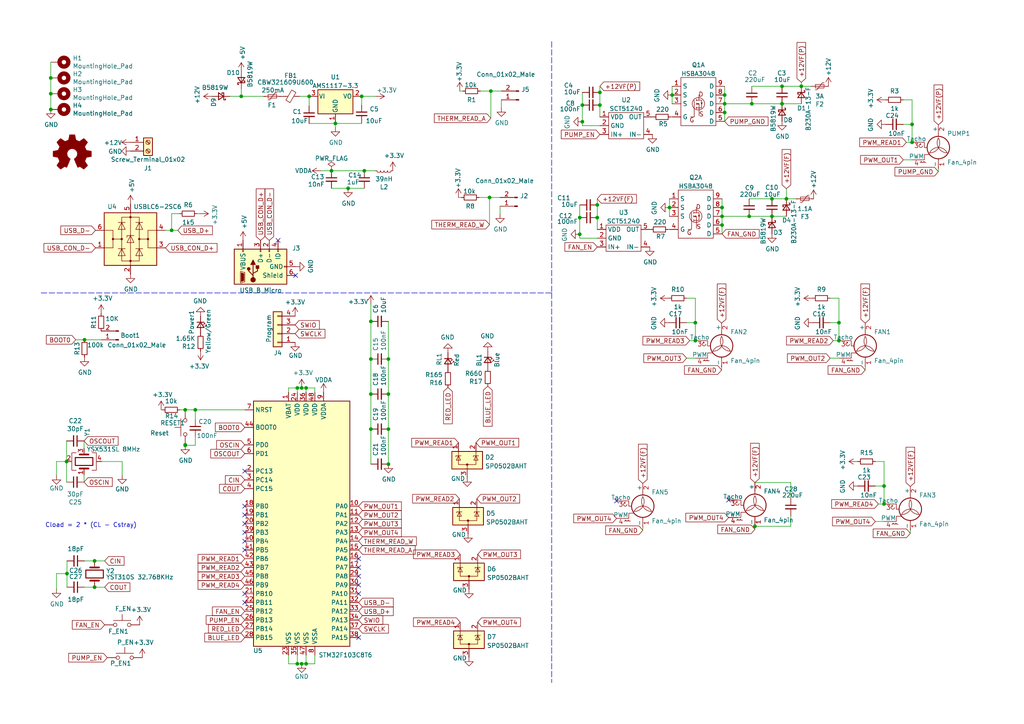
<source format=kicad_sch>
(kicad_sch (version 20211123) (generator eeschema)
  (paper "A4")
  (title_block (title "Opilio 3.1") (date "2022-07-15") (rev "3.1"))
  (junction (at 223.901 62.738))
  (junction (at 210.185 27.559))
  (junction (at 209.423 60.198))
  (junction (at 86.233 112.522))
  (junction (at 69.977 27.94))
  (junction (at 168.148 67.945))
  (junction (at 256.413 146.177))
  (junction (at 88.773 112.522))
  (junction (at 173.228 63.119))
  (junction (at 53.721 118.872))
  (junction (at 223.901 57.658))
  (junction (at 173.99 30.48))
  (junction (at 256.413 140.97))
  (junction (at 87.503 192.532))
  (junction (at 19.431 166.37))
  (junction (at 201.676 93.599))
  (junction (at 218.059 30.099))
  (junction (at 107.569 114.3))
  (junction (at 105.664 49.53))
  (junction (at 112.649 134.62))
  (junction (at 112.649 124.46))
  (junction (at 264.541 41.275))
  (junction (at 217.297 62.738))
  (junction (at 49.784 66.802))
  (junction (at 27.432 170.307))
  (junction (at 88.773 192.532))
  (junction (at 218.948 152.654))
  (junction (at 107.569 124.46))
  (junction (at 226.822 30.099))
  (junction (at 86.233 192.532))
  (junction (at 168.148 63.119))
  (junction (at 141.986 57.277))
  (junction (at 168.91 30.48))
  (junction (at 89.662 27.94))
  (junction (at 96.139 49.53))
  (junction (at 97.282 35.814))
  (junction (at 104.902 27.94))
  (junction (at 112.649 114.3))
  (junction (at 173.228 59.436))
  (junction (at 107.569 104.14))
  (junction (at 14.732 27.178))
  (junction (at 209.423 65.278))
  (junction (at 194.183 60.198))
  (junction (at 194.945 27.559))
  (junction (at 56.642 118.872))
  (junction (at 142.367 26.416))
  (junction (at 210.185 30.099))
  (junction (at 228.092 57.658))
  (junction (at 173.99 26.797))
  (junction (at 112.649 104.14))
  (junction (at 210.185 32.639))
  (junction (at 19.304 133.858))
  (junction (at 243.332 93.599))
  (junction (at 264.541 36.068))
  (junction (at 226.822 25.019))
  (junction (at 14.732 22.606))
  (junction (at 232.41 25.019))
  (junction (at 87.503 112.522))
  (junction (at 53.721 129.032))
  (junction (at 24.511 98.552))
  (junction (at 100.965 54.61))
  (junction (at 14.732 31.75))
  (junction (at 168.91 35.306))
  (junction (at 107.569 93.218))
  (junction (at 27.432 162.687))
  (junction (at 243.332 98.806))
  (junction (at 201.676 98.806))
  (junction (at 53.721 129.159))
  (junction (at 209.423 62.738))
  (no_connect (at 70.993 136.652))
  (no_connect (at 80.645 69.723))
  (no_connect (at 211.328 145.034))
  (no_connect (at 70.993 156.972))
  (no_connect (at 85.725 79.883))
  (no_connect (at 104.013 162.052))
  (no_connect (at 70.993 149.352))
  (no_connect (at 104.013 167.132))
  (no_connect (at 70.993 159.512))
  (no_connect (at 104.013 172.212))
  (no_connect (at 70.993 172.212))
  (no_connect (at 104.013 169.672))
  (no_connect (at 70.993 151.892))
  (no_connect (at 178.816 145.288))
  (no_connect (at 104.013 184.912))
  (no_connect (at 70.993 146.812))
  (no_connect (at 104.013 164.592))
  (no_connect (at 70.993 174.752))
  (no_connect (at 70.993 154.432))
  (wire (pts (xy 93.091 49.53) (xy 96.139 49.53)))
  (wire (pts (xy 56.642 126.746) (xy 56.642 129.159)))
  (wire (pts (xy 88.773 192.532) (xy 91.313 192.532)))
  (wire (pts (xy 96.139 49.53) (xy 105.664 49.53)))
  (wire (pts (xy 186.436 152.908) (xy 186.436 153.797)))
  (wire (pts (xy 173.99 26.797) (xy 173.99 30.48)))
  (wire (pts (xy 141.986 57.277) (xy 145.034 57.277)))
  (wire (pts (xy 168.91 36.449) (xy 168.91 35.306)))
  (wire (pts (xy 142.367 34.29) (xy 142.367 26.416)))
  (wire (pts (xy 217.297 62.738) (xy 223.901 62.738)))
  (wire (pts (xy 210.185 27.559) (xy 210.185 30.099)))
  (wire (pts (xy 57.15 61.976) (xy 57.912 61.976)))
  (wire (pts (xy 264.541 28.956) (xy 262.001 28.956)))
  (wire (pts (xy 223.901 57.658) (xy 228.092 57.658)))
  (wire (pts (xy 97.282 35.814) (xy 97.282 35.56)))
  (wire (pts (xy 209.296 106.426) (xy 209.296 107.315)))
  (wire (pts (xy 173.228 59.436) (xy 173.228 63.119)))
  (wire (pts (xy 29.464 133.858) (xy 35.433 133.858)))
  (wire (pts (xy 201.676 103.886) (xy 199.136 103.886)))
  (wire (pts (xy 210.185 30.099) (xy 210.185 32.639)))
  (wire (pts (xy 91.313 192.532) (xy 91.313 189.992)))
  (wire (pts (xy 145.034 59.817) (xy 145.034 62.103)))
  (wire (pts (xy 199.136 93.599) (xy 201.676 93.599)))
  (wire (pts (xy 138.938 57.277) (xy 141.986 57.277)))
  (wire (pts (xy 194.945 27.559) (xy 194.945 30.099)))
  (wire (pts (xy 27.432 170.307) (xy 30.353 170.307)))
  (wire (pts (xy 100.965 54.61) (xy 105.664 54.61)))
  (wire (pts (xy 97.282 36.957) (xy 97.282 35.814)))
  (wire (pts (xy 168.148 59.436) (xy 168.148 63.119)))
  (wire (pts (xy 173.228 63.119) (xy 173.228 66.548)))
  (wire (pts (xy 256.413 140.97) (xy 256.413 133.858)))
  (wire (pts (xy 168.148 69.088) (xy 168.148 67.945)))
  (wire (pts (xy 132.969 57.277) (xy 133.858 57.277)))
  (wire (pts (xy 253.873 140.97) (xy 256.413 140.97)))
  (wire (pts (xy 86.233 112.522) (xy 87.503 112.522)))
  (wire (pts (xy 83.693 112.522) (xy 83.693 113.792)))
  (wire (pts (xy 201.676 98.806) (xy 200.025 98.806)))
  (wire (pts (xy 87.503 112.522) (xy 88.773 112.522)))
  (wire (pts (xy 256.413 146.177) (xy 256.413 140.97)))
  (wire (pts (xy 223.901 62.738) (xy 228.092 62.738)))
  (wire (pts (xy 69.977 25.781) (xy 69.977 27.94)))
  (wire (pts (xy 264.541 41.275) (xy 262.89 41.275)))
  (wire (pts (xy 56.642 129.159) (xy 53.721 129.159)))
  (wire (pts (xy 87.503 192.532) (xy 88.773 192.532)))
  (wire (pts (xy 173.99 25.019) (xy 173.99 26.797)))
  (wire (pts (xy 217.297 57.658) (xy 223.901 57.658)))
  (wire (pts (xy 19.304 133.858) (xy 19.304 127.889)))
  (wire (pts (xy 189.484 33.909) (xy 189.23 33.909)))
  (wire (pts (xy 53.721 129.159) (xy 53.721 129.032)))
  (wire (pts (xy 209.423 60.198) (xy 209.423 62.738)))
  (wire (pts (xy 209.423 62.738) (xy 217.297 62.738)))
  (wire (pts (xy 86.233 192.532) (xy 87.503 192.532)))
  (wire (pts (xy 24.384 139.827) (xy 24.384 137.668)))
  (wire (pts (xy 250.952 106.426) (xy 250.952 107.315)))
  (wire (pts (xy 49.784 61.976) (xy 49.784 66.802)))
  (wire (pts (xy 173.99 30.48) (xy 173.99 33.909)))
  (wire (pts (xy 83.693 192.532) (xy 86.233 192.532)))
  (wire (pts (xy 49.784 66.802) (xy 51.562 66.802)))
  (wire (pts (xy 16.383 133.858) (xy 16.383 137.922)))
  (wire (pts (xy 108.966 27.94) (xy 104.902 27.94)))
  (wire (pts (xy 88.773 112.522) (xy 88.773 113.792)))
  (wire (pts (xy 86.233 112.522) (xy 86.233 113.792)))
  (wire (pts (xy 188.722 66.548) (xy 188.468 66.548)))
  (wire (pts (xy 201.676 98.806) (xy 201.676 93.599)))
  (wire (pts (xy 56.642 118.872) (xy 56.642 121.666)))
  (wire (pts (xy 105.664 49.53) (xy 108.839 49.53)))
  (wire (pts (xy 210.185 32.639) (xy 210.185 35.179)))
  (wire (pts (xy 218.059 30.099) (xy 226.822 30.099)))
  (wire (pts (xy 243.332 98.806) (xy 243.332 93.599)))
  (wire (pts (xy 91.313 112.522) (xy 91.313 113.792)))
  (wire (pts (xy 264.541 41.275) (xy 264.541 36.068)))
  (wire (pts (xy 133.35 26.416) (xy 134.239 26.416)))
  (wire (pts (xy 83.693 189.992) (xy 83.693 192.532)))
  (wire (pts (xy 112.649 93.218) (xy 112.649 104.14)))
  (wire (pts (xy 232.41 25.019) (xy 232.41 23.876)))
  (wire (pts (xy 21.971 98.552) (xy 24.511 98.552)))
  (wire (pts (xy 173.228 57.658) (xy 173.228 59.436)))
  (wire (pts (xy 19.304 139.827) (xy 19.304 133.858)))
  (wire (pts (xy 107.569 134.62) (xy 107.569 124.46)))
  (wire (pts (xy 56.642 118.872) (xy 70.993 118.872)))
  (wire (pts (xy 24.384 130.048) (xy 24.384 127.889)))
  (wire (pts (xy 69.977 27.94) (xy 76.454 27.94)))
  (wire (pts (xy 264.541 36.068) (xy 264.541 28.956)))
  (wire (pts (xy 19.431 166.37) (xy 19.431 170.307)))
  (wire (pts (xy 96.139 54.61) (xy 100.965 54.61)))
  (wire (pts (xy 52.07 61.976) (xy 49.784 61.976)))
  (wire (pts (xy 97.282 35.814) (xy 104.902 35.814)))
  (wire (pts (xy 226.822 25.019) (xy 232.41 25.019)))
  (wire (pts (xy 107.569 114.3) (xy 107.569 104.14)))
  (wire (pts (xy 232.41 25.019) (xy 235.204 25.019)))
  (wire (pts (xy 193.802 66.548) (xy 194.183 66.548)))
  (wire (pts (xy 112.649 134.62) (xy 112.649 124.46)))
  (wire (pts (xy 52.197 118.872) (xy 53.721 118.872)))
  (wire (pts (xy 228.092 57.658) (xy 228.092 54.737)))
  (wire (pts (xy 194.945 25.019) (xy 194.945 27.559)))
  (wire (pts (xy 226.822 30.099) (xy 232.41 30.099)))
  (wire (pts (xy 194.564 33.909) (xy 194.945 33.909)))
  (wire (pts (xy 14.732 27.178) (xy 14.732 31.75)))
  (wire (pts (xy 142.367 26.416) (xy 145.415 26.416)))
  (wire (pts (xy 264.033 153.797) (xy 264.033 154.686)))
  (wire (pts (xy 107.569 88.265) (xy 107.569 93.218)))
  (wire (pts (xy 209.423 57.658) (xy 209.423 60.198)))
  (wire (pts (xy 264.541 46.355) (xy 262.001 46.355)))
  (wire (pts (xy 209.423 65.278) (xy 209.423 67.818)))
  (wire (pts (xy 16.383 133.858) (xy 19.304 133.858)))
  (wire (pts (xy 86.868 27.94) (xy 89.662 27.94)))
  (wire (pts (xy 107.569 124.46) (xy 107.569 114.3)))
  (polyline (pts (xy 160.02 84.963) (xy 160.02 197.993)))
  (wire (pts (xy 24.511 170.307) (xy 27.432 170.307)))
  (wire (pts (xy 272.161 48.895) (xy 272.161 49.784)))
  (wire (pts (xy 16.383 166.37) (xy 19.431 166.37)))
  (wire (pts (xy 104.902 30.48) (xy 104.902 27.94)))
  (wire (pts (xy 210.185 30.099) (xy 218.059 30.099)))
  (wire (pts (xy 86.233 189.992) (xy 86.233 192.532)))
  (wire (pts (xy 139.319 26.416) (xy 142.367 26.416)))
  (wire (pts (xy 229.362 144.526) (xy 229.362 139.954)))
  (wire (pts (xy 46.736 118.872) (xy 47.117 118.872)))
  (wire (pts (xy 243.332 86.487) (xy 240.792 86.487)))
  (wire (pts (xy 24.511 98.552) (xy 29.337 98.552)))
  (wire (pts (xy 88.773 112.522) (xy 91.313 112.522)))
  (polyline (pts (xy 160.02 12.065) (xy 160.02 84.963)))
  (wire (pts (xy 107.569 93.218) (xy 107.569 104.14)))
  (wire (pts (xy 201.676 93.599) (xy 201.676 86.487)))
  (wire (pts (xy 262.001 36.068) (xy 264.541 36.068)))
  (wire (pts (xy 218.059 25.019) (xy 226.822 25.019)))
  (wire (pts (xy 14.732 18.034) (xy 14.732 22.606)))
  (wire (pts (xy 48.006 66.802) (xy 49.784 66.802)))
  (wire (pts (xy 218.948 152.654) (xy 218.948 153.543)))
  (wire (pts (xy 228.092 57.658) (xy 230.886 57.658)))
  (wire (pts (xy 209.423 62.738) (xy 209.423 65.278)))
  (wire (pts (xy 210.185 25.019) (xy 210.185 27.559)))
  (wire (pts (xy 19.431 162.687) (xy 19.431 166.37)))
  (wire (pts (xy 83.693 112.522) (xy 86.233 112.522)))
  (wire (pts (xy 16.383 170.815) (xy 16.383 166.37)))
  (wire (pts (xy 24.511 162.687) (xy 27.432 162.687)))
  (wire (pts (xy 53.721 118.872) (xy 56.642 118.872)))
  (wire (pts (xy 173.228 69.088) (xy 168.148 69.088)))
  (wire (pts (xy 243.332 93.599) (xy 243.332 86.487)))
  (wire (pts (xy 194.183 57.658) (xy 194.183 60.198)))
  (wire (pts (xy 66.675 27.94) (xy 69.977 27.94)))
  (wire (pts (xy 173.99 36.449) (xy 168.91 36.449)))
  (wire (pts (xy 243.332 98.806) (xy 241.681 98.806)))
  (wire (pts (xy 168.91 35.306) (xy 168.91 30.48)))
  (wire (pts (xy 229.362 149.606) (xy 229.362 152.654)))
  (wire (pts (xy 201.676 86.487) (xy 199.136 86.487)))
  (wire (pts (xy 14.732 22.606) (xy 14.732 27.178)))
  (wire (pts (xy 243.332 103.886) (xy 240.792 103.886)))
  (wire (pts (xy 27.432 162.687) (xy 30.353 162.687)))
  (wire (pts (xy 104.902 35.56) (xy 104.902 35.814)))
  (wire (pts (xy 89.662 35.814) (xy 97.282 35.814)))
  (wire (pts (xy 240.792 93.599) (xy 243.332 93.599)))
  (wire (pts (xy 168.148 67.945) (xy 168.148 63.119)))
  (wire (pts (xy 194.183 60.198) (xy 194.183 62.738)))
  (wire (pts (xy 89.662 27.94) (xy 89.662 30.734)))
  (wire (pts (xy 229.362 152.654) (xy 218.948 152.654)))
  (wire (pts (xy 145.415 28.956) (xy 145.415 31.242)))
  (wire (pts (xy 168.91 26.797) (xy 168.91 30.48)))
  (wire (pts (xy 112.649 124.46) (xy 112.649 114.3)))
  (wire (pts (xy 256.413 133.858) (xy 253.873 133.858)))
  (wire (pts (xy 35.433 137.795) (xy 35.433 133.858)))
  (polyline (pts (xy 11.938 84.963) (xy 160.02 84.963)))
  (wire (pts (xy 81.534 27.94) (xy 81.788 27.94)))
  (wire (pts (xy 88.773 189.992) (xy 88.773 192.532)))
  (wire (pts (xy 229.362 139.954) (xy 218.948 139.954)))
  (wire (pts (xy 256.413 146.177) (xy 254.762 146.177)))
  (wire (pts (xy 256.413 151.257) (xy 253.873 151.257)))
  (wire (pts (xy 141.986 65.151) (xy 141.986 57.277)))
  (wire (pts (xy 112.649 114.3) (xy 112.649 104.14)))
  (text "Cload = 2 * (CL - Cstray)" (at 13.081 153.162 0) (effects (font (size 1.27 1.27)) (justify left bottom)))
  (global_label "PWM_OUT3" (shape input) (at 199.136 103.886 180) (property "Intersheet References" "${INTERSHEET_REFS}" (effects hide)))
  (global_label "PWM_OUT1" (shape input) (at 138.049 128.397 0) (property "Intersheet References" "${INTERSHEET_REFS}" (effects hide)))
  (global_label "+12VF(F)" (shape input) (at 228.092 54.737 90) (property "Intersheet References" "${INTERSHEET_REFS}" (effects hide)))
  (global_label "PWM_READ2" (shape input) (at 133.223 144.653 180) (property "Intersheet References" "${INTERSHEET_REFS}" (effects hide)))
  (global_label "OSCOUT" (shape input) (at 24.384 127.889 0) (property "Intersheet References" "${INTERSHEET_REFS}" (effects hide)))
  (global_label "OSCOUT" (shape input) (at 70.993 131.572 180) (property "Intersheet References" "${INTERSHEET_REFS}" (effects hide)))
  (global_label "USB_CON_D-" (shape input) (at 27.686 71.882 180) (property "Intersheet References" "${INTERSHEET_REFS}" (effects hide)))
  (global_label "RED_LED" (shape input) (at 70.993 182.372 180) (property "Intersheet References" "${INTERSHEET_REFS}" (effects hide)))
  (global_label "PWM_OUT4" (shape input) (at 253.873 151.257 180) (property "Intersheet References" "${INTERSHEET_REFS}" (effects hide)))
  (global_label "PWM_READ3" (shape input) (at 133.477 160.782 180) (property "Intersheet References" "${INTERSHEET_REFS}" (effects hide)))
  (global_label "PWM_OUT3" (shape input) (at 138.557 160.782 0) (property "Intersheet References" "${INTERSHEET_REFS}" (effects hide)))
  (global_label "COUT" (shape input) (at 70.993 141.732 180) (property "Intersheet References" "${INTERSHEET_REFS}" (effects hide)))
  (global_label "USB_CON_D+" (shape input) (at 48.006 71.882 0) (property "Intersheet References" "${INTERSHEET_REFS}" (effects hide)))
  (global_label "SWIO" (shape input) (at 85.598 94.234 0) (property "Intersheet References" "${INTERSHEET_REFS}" (effects hide)))
  (global_label "FAN_GND" (shape input) (at 186.436 153.797 180) (property "Intersheet References" "${INTERSHEET_REFS}" (effects hide)))
  (global_label "PUMP_EN" (shape input) (at 31.115 190.754 180) (property "Intersheet References" "${INTERSHEET_REFS}" (effects hide)))
  (global_label "PWM_READ2" (shape input) (at 70.993 164.592 180) (property "Intersheet References" "${INTERSHEET_REFS}" (effects hide)))
  (global_label "+12VF(P)" (shape input) (at 272.161 36.195 90) (property "Intersheet References" "${INTERSHEET_REFS}" (effects hide)))
  (global_label "PWM_OUT4" (shape input) (at 211.328 150.114 180) (property "Intersheet References" "${INTERSHEET_REFS}" (effects hide)))
  (global_label "THERM_READ_W" (shape input) (at 141.986 65.151 180) (property "Intersheet References" "${INTERSHEET_REFS}" (effects hide)))
  (global_label "+12VF(F)" (shape input) (at 209.296 93.726 90) (property "Intersheet References" "${INTERSHEET_REFS}" (effects hide)))
  (global_label "FAN_GND" (shape input) (at 264.033 154.686 180) (property "Intersheet References" "${INTERSHEET_REFS}" (effects hide)))
  (global_label "PWM_READ1" (shape input) (at 132.969 128.397 180) (property "Intersheet References" "${INTERSHEET_REFS}" (effects hide)))
  (global_label "PWM_READ3" (shape input) (at 200.025 98.806 180) (property "Intersheet References" "${INTERSHEET_REFS}" (effects hide)))
  (global_label "PWM_OUT1" (shape input) (at 104.013 146.812 0) (property "Intersheet References" "${INTERSHEET_REFS}" (effects hide)))
  (global_label "USB_D+" (shape input) (at 104.013 177.292 0) (property "Intersheet References" "${INTERSHEET_REFS}" (effects hide)))
  (global_label "PUMP_GND" (shape input) (at 210.185 35.179 0) (property "Intersheet References" "${INTERSHEET_REFS}" (effects hide)))
  (global_label "BLUE_LED" (shape input) (at 70.993 184.912 180) (property "Intersheet References" "${INTERSHEET_REFS}" (effects hide)))
  (global_label "+12VF(F)" (shape input) (at 218.948 139.954 90) (property "Intersheet References" "${INTERSHEET_REFS}" (effects hide)))
  (global_label "PWM_OUT4" (shape input) (at 178.816 150.368 180) (property "Intersheet References" "${INTERSHEET_REFS}" (effects hide)))
  (global_label "+12VF(F)" (shape input) (at 264.033 141.097 90) (property "Intersheet References" "${INTERSHEET_REFS}" (effects hide)))
  (global_label "RED_LED" (shape input) (at 129.921 112.395 270) (property "Intersheet References" "${INTERSHEET_REFS}" (effects hide)))
  (global_label "THERM_READ_A" (shape input) (at 104.013 159.512 0) (property "Intersheet References" "${INTERSHEET_REFS}" (effects hide)))
  (global_label "SWIO" (shape input) (at 104.013 179.832 0) (property "Intersheet References" "${INTERSHEET_REFS}" (effects hide)))
  (global_label "BOOT0" (shape input) (at 70.993 123.952 180) (property "Intersheet References" "${INTERSHEET_REFS}" (effects hide)))
  (global_label "SWCLK" (shape input) (at 85.598 96.774 0) (property "Intersheet References" "${INTERSHEET_REFS}" (effects hide)))
  (global_label "PWM_READ1" (shape input) (at 262.89 41.275 180) (property "Intersheet References" "${INTERSHEET_REFS}" (effects hide)))
  (global_label "PWM_READ4" (shape input) (at 133.477 180.467 180) (property "Intersheet References" "${INTERSHEET_REFS}" (effects hide)))
  (global_label "PWM_OUT4" (shape input) (at 138.557 180.467 0) (property "Intersheet References" "${INTERSHEET_REFS}" (effects hide)))
  (global_label "+12VF(P)" (shape input) (at 173.99 25.019 0) (property "Intersheet References" "${INTERSHEET_REFS}" (effects hide)))
  (global_label "FAN_GND" (shape input) (at 209.296 107.315 180) (property "Intersheet References" "${INTERSHEET_REFS}" (effects hide)))
  (global_label "BOOT0" (shape input) (at 21.971 98.552 180) (property "Intersheet References" "${INTERSHEET_REFS}" (effects hide)))
  (global_label "OSCIN" (shape input) (at 70.993 129.032 180) (property "Intersheet References" "${INTERSHEET_REFS}" (effects hide)))
  (global_label "OSCIN" (shape input) (at 24.384 139.827 0) (property "Intersheet References" "${INTERSHEET_REFS}" (effects hide)))
  (global_label "FAN_GND" (shape input) (at 218.948 153.543 180) (property "Intersheet References" "${INTERSHEET_REFS}" (effects hide)))
  (global_label "FAN_EN" (shape input) (at 30.353 181.229 180) (property "Intersheet References" "${INTERSHEET_REFS}" (effects hide)))
  (global_label "PWM_OUT1" (shape input) (at 262.001 46.355 180) (property "Intersheet References" "${INTERSHEET_REFS}" (effects hide)))
  (global_label "USB_D-" (shape input) (at 104.013 174.752 0) (property "Intersheet References" "${INTERSHEET_REFS}" (effects hide)))
  (global_label "CIN" (shape input) (at 30.353 162.687 0) (property "Intersheet References" "${INTERSHEET_REFS}" (effects hide)))
  (global_label "USB_CON_D+" (shape input) (at 75.565 69.723 90) (property "Intersheet References" "${INTERSHEET_REFS}" (effects hide)))
  (global_label "PWM_READ2" (shape input) (at 241.681 98.806 180) (property "Intersheet References" "${INTERSHEET_REFS}" (effects hide)))
  (global_label "USB_D-" (shape input) (at 27.686 66.802 180) (property "Intersheet References" "${INTERSHEET_REFS}" (effects hide)))
  (global_label "PWM_READ4" (shape input) (at 254.762 146.177 180) (property "Intersheet References" "${INTERSHEET_REFS}" (effects hide)))
  (global_label "BLUE_LED" (shape input) (at 141.478 112.014 270) (property "Intersheet References" "${INTERSHEET_REFS}" (effects hide)))
  (global_label "FAN_EN" (shape input) (at 70.993 177.292 180) (property "Intersheet References" "${INTERSHEET_REFS}" (effects hide)))
  (global_label "PWM_OUT2" (shape input) (at 240.792 103.886 180) (property "Intersheet References" "${INTERSHEET_REFS}" (effects hide)))
  (global_label "USB_CON_D-" (shape input) (at 78.105 69.723 90) (property "Intersheet References" "${INTERSHEET_REFS}" (effects hide)))
  (global_label "PWM_READ4" (shape input) (at 70.993 169.672 180) (property "Intersheet References" "${INTERSHEET_REFS}" (effects hide)))
  (global_label "PWM_OUT3" (shape input) (at 104.013 151.892 0) (property "Intersheet References" "${INTERSHEET_REFS}" (effects hide)))
  (global_label "PWM_READ1" (shape input) (at 70.993 162.052 180) (property "Intersheet References" "${INTERSHEET_REFS}" (effects hide)))
  (global_label "PWM_OUT2" (shape input) (at 104.013 149.352 0) (property "Intersheet References" "${INTERSHEET_REFS}" (effects hide)))
  (global_label "PUMP_EN" (shape input) (at 173.99 38.989 180) (property "Intersheet References" "${INTERSHEET_REFS}" (effects hide)))
  (global_label "CIN" (shape input) (at 70.993 139.192 180) (property "Intersheet References" "${INTERSHEET_REFS}" (effects hide)))
  (global_label "PWM_READ3" (shape input) (at 70.993 167.132 180) (property "Intersheet References" "${INTERSHEET_REFS}" (effects hide)))
  (global_label "+12VF(P)" (shape input) (at 232.41 23.876 90) (property "Intersheet References" "${INTERSHEET_REFS}" (effects hide)))
  (global_label "PUMP_GND" (shape input) (at 272.161 49.784 180) (property "Intersheet References" "${INTERSHEET_REFS}" (effects hide)))
  (global_label "FAN_EN" (shape input) (at 173.228 71.628 180) (property "Intersheet References" "${INTERSHEET_REFS}" (effects hide)))
  (global_label "PWM_OUT2" (shape input) (at 138.303 144.653 0) (property "Intersheet References" "${INTERSHEET_REFS}" (effects hide)))
  (global_label "THERM_READ_W" (shape input) (at 104.013 156.972 0) (property "Intersheet References" "${INTERSHEET_REFS}" (effects hide)))
  (global_label "+12VF(F)" (shape input) (at 173.228 57.658 0) (property "Intersheet References" "${INTERSHEET_REFS}" (effects hide)))
  (global_label "COUT" (shape input) (at 30.353 170.307 0) (property "Intersheet References" "${INTERSHEET_REFS}" (effects hide)))
  (global_label "PUMP_EN" (shape input) (at 70.993 179.832 180) (property "Intersheet References" "${INTERSHEET_REFS}" (effects hide)))
  (global_label "FAN_GND" (shape input) (at 209.423 67.818 0) (property "Intersheet References" "${INTERSHEET_REFS}" (effects hide)))
  (global_label "USB_D+" (shape input) (at 51.562 66.802 0) (property "Intersheet References" "${INTERSHEET_REFS}" (effects hide)))
  (global_label "PWM_OUT4" (shape input) (at 104.013 154.432 0) (property "Intersheet References" "${INTERSHEET_REFS}" (effects hide)))
  (global_label "+12VF(F)" (shape input) (at 250.952 93.726 90) (property "Intersheet References" "${INTERSHEET_REFS}" (effects hide)))
  (global_label "SWCLK" (shape input) (at 104.013 182.372 0) (property "Intersheet References" "${INTERSHEET_REFS}" (effects hide)))
  (global_label "+12VF(F)" (shape input) (at 186.436 140.208 90) (property "Intersheet References" "${INTERSHEET_REFS}" (effects hide)))
  (global_label "FAN_GND" (shape input) (at 250.952 107.315 180) (property "Intersheet References" "${INTERSHEET_REFS}" (effects hide)))
  (global_label "THERM_READ_A" (shape input) (at 142.367 34.29 180) (property "Intersheet References" "${INTERSHEET_REFS}" (effects hide)))
  (symbol (lib_id "Device:R_Small") (at 49.657 118.872 90) (unit 1)
    (property "Reference" "R14" (at 49.784 120.65 90))
    (property "Value" "10k" (at 49.657 116.332 90))
    (property "Footprint" "Resistor_SMD:R_0603_1608Metric_Pad0.98x0.95mm_HandSolder" (effects hide))
  )
  (symbol (lib_id "Device:R_Small") (at 191.262 66.548 270) (unit 1)
    (property "Reference" "R7" (at 190.246 68.58 90) (effects (justify left)))
    (property "Value" "220" (at 189.484 64.389 90) (effects (justify left)))
    (property "Footprint" "Resistor_SMD:R_0603_1608Metric_Pad0.98x0.95mm_HandSolder" (effects hide))
  )
  (symbol (lib_id "Mechanical:MountingHole_Pad") (at 17.272 27.178 270) (unit 1)
    (property "Reference" "H3" (at 21.082 26.0096 90) (effects (justify left)))
    (property "Value" "MountingHole_Pad" (at 21.082 28.321 90) (effects (justify left)))
    (property "Footprint" "MountingHole:MountingHole_3mm_Pad_Via" (effects hide))
  )
  (symbol (lib_id "power:VDDA") (at 93.091 49.53 90) (unit 1)
    (property "Reference" "#PWR027" (effects hide))
    (property "Value" "VDDA" (at 88.011 49.53 90))
  )
  (symbol (lib_id "power:+3.3V") (at 133.35 26.416 0) (unit 1)
    (property "Reference" "#PWR01" (effects hide))
    (property "Value" "+3.3V" (at 133.223 20.828 90))
  )
  (symbol (lib_id "Connector:Conn_01x02_Male") (at 150.495 28.956 180) (unit 1)
    (property "Reference" "J5" (at 151.2062 25.9588 0) (effects (justify right)))
    (property "Value" "Conn_01x02_Male" (at 138.176 21.59 0) (effects (justify right)))
    (property "Footprint" "Connector_PinHeader_2.54mm:PinHeader_1x02_P2.54mm_Vertical" (effects hide))
  )
  (symbol (lib_id "Power_Protection:SP0502BAHT") (at 135.763 149.733 0) (unit 1)
    (property "Reference" "D5" (at 140.97 148.8983 0) (effects (justify left)))
    (property "Value" "SP0502BAHT" (at 140.97 151.4352 0) (effects (justify left)))
    (property "Footprint" "Package_TO_SOT_SMD:SOT-23" (effects hide))
    (property "Datasheet" "http://www.littelfuse.com/~/media/files/littelfuse/technical%20resources/documents/data%20sheets/sp05xxba.pdf" (effects hide))
  )
  (symbol (lib_id "Device:R_Small") (at 129.921 109.855 180) (unit 1)
    (property "Reference" "R16" (at 128.4224 111.0234 0) (effects (justify left)))
    (property "Value" "R165" (at 128.4224 108.712 0) (effects (justify left)))
    (property "Footprint" "Resistor_SMD:R_0603_1608Metric_Pad0.98x0.95mm_HandSolder" (effects hide))
  )
  (symbol (lib_id "power:GND") (at 24.511 103.632 0) (unit 1)
    (property "Reference" "#PWR046" (effects hide))
    (property "Value" "GND" (at 24.638 108.0262 0))
  )
  (symbol (lib_id "Motor:Fan_4pin") (at 218.948 147.574 0) (unit 1)
    (property "Reference" "FAN4" (at 221.488 142.494 0) (effects (justify left)))
    (property "Value" "Fan_4pin" (at 221.488 150.114 0) (effects (justify left top)))
    (property "Footprint" "Custom:FanPinHeader_1x04_P2.54mm_Vertical_no_hole" (effects hide))
    (property "Datasheet" "http://www.formfactors.org/developer%5Cspecs%5Crev1_2_public.pdf" (effects hide))
  )
  (symbol (lib_id "Device:C_Small") (at 170.688 59.436 90) (unit 1)
    (property "Reference" "C11" (at 165.481 57.404 90) (effects (justify left)))
    (property "Value" "10uF" (at 167.64 59.309 90) (effects (justify left)))
    (property "Footprint" "Capacitor_SMD:C_0603_1608Metric_Pad1.08x0.95mm_HandSolder" (effects hide))
  )
  (symbol (lib_id "power:GND") (at 145.034 62.103 0) (unit 1)
    (property "Reference" "#PWR033" (effects hide))
    (property "Value" "GND" (at 145.161 66.4972 0))
  )
  (symbol (lib_id "Device:C_Small") (at 89.662 33.274 0) (unit 1)
    (property "Reference" "C1" (at 84.836 32.385 0) (effects (justify left)))
    (property "Value" "10uF" (at 84.455 35.052 0) (effects (justify left)))
    (property "Footprint" "Capacitor_SMD:C_0603_1608Metric_Pad1.08x0.95mm_HandSolder" (effects hide))
  )
  (symbol (lib_id "Power_Protection:SP0502BAHT") (at 136.017 185.547 0) (unit 1)
    (property "Reference" "D7" (at 141.224 184.7123 0) (effects (justify left)))
    (property "Value" "SP0502BAHT" (at 141.224 187.2492 0) (effects (justify left)))
    (property "Footprint" "Package_TO_SOT_SMD:SOT-23" (effects hide))
    (property "Datasheet" "http://www.littelfuse.com/~/media/files/littelfuse/technical%20resources/documents/data%20sheets/sp05xxba.pdf" (effects hide))
  )
  (symbol (lib_id "power:GND") (at 58.166 91.694 180) (unit 1)
    (property "Reference" "#PWR039" (effects hide))
    (property "Value" "GND" (at 58.039 87.2998 0))
  )
  (symbol (lib_id "power:GND") (at 141.478 101.854 180) (unit 1)
    (property "Reference" "#PWR0102" (effects hide))
    (property "Value" "GND" (at 141.351 97.4598 0))
  )
  (symbol (lib_id "Device:C_Small") (at 238.252 93.599 90) (unit 1)
    (property "Reference" "C16" (at 239.522 91.059 90) (effects (justify left)))
    (property "Value" "10nF" (at 241.3 96.266 90) (effects (justify left)))
    (property "Footprint" "Capacitor_SMD:C_0603_1608Metric_Pad1.08x0.95mm_HandSolder" (effects hide))
  )
  (symbol (lib_id "MCU_ST_STM32F1:STM32F103C8Tx") (at 88.773 151.892 0) (unit 1)
    (property "Reference" "U5" (at 74.803 188.722 0))
    (property "Value" "STM32F103C8T6" (at 100.203 189.992 0))
    (property "Footprint" "Package_QFP:LQFP-48_7x7mm_P0.5mm" (effects hide))
    (property "Datasheet" "http://www.st.com/st-web-ui/static/active/en/resource/technical/document/datasheet/CD00161566.pdf" (effects hide))
  )
  (symbol (lib_id "power:+12V") (at 240.284 25.019 0) (unit 1)
    (property "Reference" "#PWR07" (effects hide))
    (property "Value" "+12V" (at 240.284 19.431 90))
  )
  (symbol (lib_id "Switch:SW_Push") (at 35.433 181.229 0) (unit 1)
    (property "Reference" "F_EN1" (at 37.338 183.134 0) (effects (justify right)))
    (property "Value" "F_EN" (at 38.1 176.53 0) (effects (justify right)))
    (property "Footprint" "Custom:SW_Push_7x4.5" (effects hide))
  )
  (symbol (lib_id "Power_Protection:USBLC6-2SC6") (at 37.846 69.342 0) (unit 1)
    (property "Reference" "U4" (at 32.512 59.944 0))
    (property "Value" "USBLC6-2SC6" (at 45.72 59.944 0))
    (property "Footprint" "Package_TO_SOT_SMD:SOT-23-6" (effects hide))
    (property "Datasheet" "https://www.st.com/resource/en/datasheet/usblc6-2.pdf" (effects hide))
  )
  (symbol (lib_id "power:+5V") (at 69.977 20.701 0) (unit 1)
    (property "Reference" "#PWR0111" (effects hide))
    (property "Value" "+5V" (at 70.358 17.4498 90) (effects (justify left)))
  )
  (symbol (lib_id "power:+3.3V") (at 113.919 49.53 0) (unit 1)
    (property "Reference" "#PWR028" (effects hide))
    (property "Value" "+3.3V" (at 114.3 45.1358 0))
  )
  (symbol (lib_id "power:GND") (at 189.23 38.989 0) (unit 1)
    (property "Reference" "#PWR017" (effects hide))
    (property "Value" "GND" (at 189.357 43.3832 0))
  )
  (symbol (lib_id "power:GND") (at 85.598 99.314 0) (unit 1)
    (property "Reference" "#PWR044" (effects hide))
    (property "Value" "GND" (at 85.725 103.124 0))
  )
  (symbol (lib_id "Device:C_Small") (at 110.109 134.62 90) (unit 1)
    (property "Reference" "C21" (at 108.9406 132.2832 0) (effects (justify left)))
    (property "Value" "100nF" (at 111.252 132.2832 0) (effects (justify left)))
    (property "Footprint" "Capacitor_SMD:C_0603_1608Metric_Pad1.08x0.95mm_HandSolder" (effects hide))
  )
  (symbol (lib_id "Device:FerriteBead_Small") (at 84.328 27.94 270) (unit 1)
    (property "Reference" "FB1" (at 84.328 21.9202 90))
    (property "Value" "CBW321609U600" (at 82.804 23.876 90))
    (property "Footprint" "Capacitor_SMD:C_1206_3216Metric_Pad1.33x1.80mm_HandSolder" (effects hide))
  )
  (symbol (lib_id "Device:D_Schottky_Small") (at 232.41 27.559 270) (unit 1)
    (property "Reference" "D1" (at 231.14 31.369 90) (effects (justify left)))
    (property "Value" "B230A-13-F" (at 234.442 25.146 0) (effects (justify left)))
    (property "Footprint" "Diode_SMD:D_SMA" (effects hide))
  )
  (symbol (lib_id "power:+3.3V") (at 248.793 133.858 90) (unit 1)
    (property "Reference" "#PWR052" (effects hide))
    (property "Value" "+3.3V" (at 244.3988 133.477 0))
  )
  (symbol (lib_id "power:+3.3V") (at 29.337 90.932 0) (unit 1)
    (property "Reference" "#PWR038" (effects hide))
    (property "Value" "+3.3V" (at 29.718 86.5378 0))
  )
  (symbol (lib_id "power:+3.3V") (at 194.056 86.487 90) (unit 1)
    (property "Reference" "#PWR037" (effects hide))
    (property "Value" "+3.3V" (at 189.6618 86.106 0))
  )
  (symbol (lib_id "power:+5V") (at 37.846 59.182 0) (unit 1)
    (property "Reference" "#PWR023" (effects hide))
    (property "Value" "+5V" (at 38.227 55.9308 90) (effects (justify left)))
  )
  (symbol (lib_id "Custom:HSBA3048") (at 202.565 30.099 0) (unit 1)
    (property "Reference" "Q1" (at 202.565 18.83 0))
    (property "Value" "HSBA3048" (at 202.565 21.3669 0))
    (property "Footprint" "Custom:PDFN-8_L5.6-W5.2-P1.27-LS6.1-BL" (effects hide))
  )
  (symbol (lib_id "power:GND") (at 248.793 140.97 270) (unit 1)
    (property "Reference" "#PWR054" (effects hide))
    (property "Value" "GND" (at 244.3988 141.097 0))
  )
  (symbol (lib_id "Device:C_Small") (at 110.109 114.3 90) (unit 1)
    (property "Reference" "C18" (at 108.9406 111.9632 0) (effects (justify left)))
    (property "Value" "100nF" (at 111.252 111.9632 0) (effects (justify left)))
    (property "Footprint" "Capacitor_SMD:C_0603_1608Metric_Pad1.08x0.95mm_HandSolder" (effects hide))
  )
  (symbol (lib_id "Device:R_Small") (at 238.252 86.487 90) (unit 1)
    (property "Reference" "R9" (at 238.252 83.947 90))
    (property "Value" "1k" (at 238.252 89.027 90))
    (property "Footprint" "Resistor_SMD:R_0603_1608Metric_Pad0.98x0.95mm_HandSolder" (effects hide))
  )
  (symbol (lib_id "Device:Polyfuse_Small") (at 233.426 57.658 90) (unit 1)
    (property "Reference" "F3" (at 233.426 62.865 90))
    (property "Value" "1.1A" (at 233.426 60.5536 90))
    (property "Footprint" "Fuse:Fuse_1206_3216Metric_Pad1.42x1.75mm_HandSolder" (effects hide))
  )
  (symbol (lib_id "Device:C_Small") (at 21.971 162.687 270) (unit 1)
    (property "Reference" "C26" (at 21.971 165.481 90))
    (property "Value" "18pF" (at 21.971 159.1818 90))
    (property "Footprint" "Capacitor_SMD:C_0603_1608Metric_Pad1.08x0.95mm_HandSolder" (effects hide))
  )
  (symbol (lib_id "power:+3.3V") (at 235.712 86.487 90) (unit 1)
    (property "Reference" "#PWR036" (effects hide))
    (property "Value" "+3.3V" (at 231.3178 86.106 0))
  )
  (symbol (lib_id "power:GND") (at 129.921 102.235 180) (unit 1)
    (property "Reference" "#PWR0101" (effects hide))
    (property "Value" "GND" (at 129.794 97.8408 0))
  )
  (symbol (lib_id "Motor:Fan_4pin") (at 272.161 43.815 0) (unit 1)
    (property "Reference" "PUMP1" (at 274.701 38.735 0) (effects (justify left)))
    (property "Value" "Fan_4pin" (at 274.701 46.355 0) (effects (justify left top)))
    (property "Footprint" "Custom:FanPinHeader_1x04_P2.54mm_Vertical_no_hole" (effects hide))
    (property "Datasheet" "http://www.formfactors.org/developer%5Cspecs%5Crev1_2_public.pdf" (effects hide))
  )
  (symbol (lib_id "Device:R_Small") (at 196.596 86.487 90) (unit 1)
    (property "Reference" "R10" (at 196.596 83.947 90))
    (property "Value" "1k" (at 196.596 89.027 90))
    (property "Footprint" "Resistor_SMD:R_0603_1608Metric_Pad0.98x0.95mm_HandSolder" (effects hide))
  )
  (symbol (lib_id "Device:R_Small") (at 259.461 28.956 90) (unit 1)
    (property "Reference" "R3" (at 259.461 26.416 90))
    (property "Value" "1k" (at 259.461 31.496 90))
    (property "Footprint" "Resistor_SMD:R_0603_1608Metric_Pad0.98x0.95mm_HandSolder" (effects hide))
  )
  (symbol (lib_id "Device:Polyfuse_Small") (at 78.994 27.94 90) (unit 1)
    (property "Reference" "F1" (at 78.867 30.48 90))
    (property "Value" "250mA" (at 79.121 26.162 90))
    (property "Footprint" "Fuse:Fuse_1206_3216Metric_Pad1.42x1.75mm_HandSolder" (effects hide))
  )
  (symbol (lib_id "Device:C_Small") (at 21.971 170.307 270) (unit 1)
    (property "Reference" "C27" (at 21.971 167.259 90))
    (property "Value" "18pF" (at 21.971 173.863 90))
    (property "Footprint" "Capacitor_SMD:C_0603_1608Metric_Pad1.08x0.95mm_HandSolder" (effects hide))
  )
  (symbol (lib_id "power:GND") (at 188.468 71.628 0) (unit 1)
    (property "Reference" "#PWR030" (effects hide))
    (property "Value" "GND" (at 188.595 76.0222 0))
  )
  (symbol (lib_id "Device:R_Small") (at 251.333 133.858 90) (unit 1)
    (property "Reference" "R15" (at 251.333 131.318 90))
    (property "Value" "1k" (at 251.333 136.398 90))
    (property "Footprint" "Resistor_SMD:R_0603_1608Metric_Pad0.98x0.95mm_HandSolder" (effects hide))
  )
  (symbol (lib_id "Device:R_Small") (at 192.024 33.909 270) (unit 1)
    (property "Reference" "R5" (at 191.008 35.941 90) (effects (justify left)))
    (property "Value" "220" (at 190.246 31.75 90) (effects (justify left)))
    (property "Footprint" "Resistor_SMD:R_0603_1608Metric_Pad0.98x0.95mm_HandSolder" (effects hide))
  )
  (symbol (lib_id "Graphic:Logo_Open_Hardware_Small") (at 20.955 44.704 0) (unit 1)
    (property "Reference" "LOGO1" (effects hide))
    (property "Value" "Logo_Open_Hardware_Small" (effects hide))
    (property "Footprint" "Symbol:OSHW-Logo2_9.8x8mm_SilkScreen" (effects hide))
  )
  (symbol (lib_id "Power_Protection:SP0502BAHT") (at 136.017 165.862 0) (unit 1)
    (property "Reference" "D6" (at 141.224 165.0273 0) (effects (justify left)))
    (property "Value" "SP0502BAHT" (at 141.224 167.5642 0) (effects (justify left)))
    (property "Footprint" "Package_TO_SOT_SMD:SOT-23" (effects hide))
    (property "Datasheet" "http://www.littelfuse.com/~/media/files/littelfuse/technical%20resources/documents/data%20sheets/sp05xxba.pdf" (effects hide))
  )
  (symbol (lib_id "power:GND") (at 16.383 170.815 0) (unit 1)
    (property "Reference" "#PWR059" (effects hide))
    (property "Value" "GND" (at 16.51 175.2092 0))
  )
  (symbol (lib_id "Switch:SW_Push") (at 53.721 123.952 90) (unit 1)
    (property "Reference" "RESET1" (at 46.482 122.682 90) (effects (justify right)))
    (property "Value" "Reset" (at 43.561 125.603 90) (effects (justify right)))
    (property "Footprint" "Custom:SW_Push_7x4.5" (effects hide))
  )
  (symbol (lib_id "power:GND") (at 194.183 60.198 270) (unit 1)
    (property "Reference" "#PWR022" (effects hide))
    (property "Value" "GND" (at 189.7888 60.325 0))
  )
  (symbol (lib_id "Connector:Screw_Terminal_01x02") (at 42.926 41.275 0) (unit 1)
    (property "Reference" "J1" (at 42.926 48.7848 0))
    (property "Value" "Screw_Terminal_01x02" (at 42.926 46.2479 0))
    (property "Footprint" "Custom:TerminalBlock_bornier-2_P5.08mm" (effects hide))
  )
  (symbol (lib_id "power:+3.3V") (at 85.598 91.694 0) (unit 1)
    (property "Reference" "#PWR040" (effects hide))
    (property "Value" "+3.3V" (at 85.598 87.63 0))
  )
  (symbol (lib_id "Device:C_Small") (at 110.109 104.14 90) (unit 1)
    (property "Reference" "C15" (at 108.9406 101.8032 0) (effects (justify left)))
    (property "Value" "100nF" (at 111.252 101.8032 0) (effects (justify left)))
    (property "Footprint" "Capacitor_SMD:C_0603_1608Metric_Pad1.08x0.95mm_HandSolder" (effects hide))
  )
  (symbol (lib_id "Device:R_Small") (at 136.398 57.277 270) (unit 1)
    (property "Reference" "R8" (at 136.398 59.817 90))
    (property "Value" "10k" (at 136.144 55.499 90))
    (property "Footprint" "Resistor_SMD:R_0603_1608Metric_Pad0.98x0.95mm_HandSolder" (effects hide))
  )
  (symbol (lib_id "Device:C_Small") (at 218.059 27.559 0) (unit 1)
    (property "Reference" "C2" (at 216.916 21.209 0) (effects (justify left)))
    (property "Value" "220uF" (at 215.9 23.114 0) (effects (justify left)))
    (property "Footprint" "Capacitor_SMD:CP_Elec_6.3x7.7" (effects hide))
  )
  (symbol (lib_id "Connector:Conn_01x02_Male") (at 150.114 59.817 180) (unit 1)
    (property "Reference" "J2" (at 150.8252 56.8198 0) (effects (justify right)))
    (property "Value" "Conn_01x02_Male" (at 137.795 52.451 0) (effects (justify right)))
    (property "Footprint" "Connector_PinHeader_2.54mm:PinHeader_1x02_P2.54mm_Vertical" (effects hide))
  )
  (symbol (lib_id "power:GND") (at 135.763 154.813 0) (unit 1)
    (property "Reference" "#PWR0103" (effects hide))
    (property "Value" "GND" (at 133.096 155.067 0))
  )
  (symbol (lib_id "Custom:SCT51240") (at 181.61 35.179 0) (unit 1)
    (property "Reference" "U2" (at 181.61 28.99 0))
    (property "Value" "SCT51240" (at 181.61 31.5269 0))
    (property "Footprint" "Package_TO_SOT_SMD:SOT-23-5_HandSoldering" (effects hide))
  )
  (symbol (lib_id "Mechanical:MountingHole_Pad") (at 17.272 31.75 270) (unit 1)
    (property "Reference" "H4" (at 21.082 30.5816 90) (effects (justify left)))
    (property "Value" "MountingHole_Pad" (at 21.082 32.893 90) (effects (justify left)))
    (property "Footprint" "MountingHole:MountingHole_3mm_Pad_Via" (effects hide))
  )
  (symbol (lib_id "Device:C_Small") (at 171.45 26.797 90) (unit 1)
    (property "Reference" "C4" (at 166.243 24.765 90) (effects (justify left)))
    (property "Value" "10uF" (at 168.402 26.67 90) (effects (justify left)))
    (property "Footprint" "Capacitor_SMD:C_0603_1608Metric_Pad1.08x0.95mm_HandSolder" (effects hide))
  )
  (symbol (lib_id "Device:C_Small") (at 56.642 124.206 0) (unit 1)
    (property "Reference" "C20" (at 57.531 122.301 0) (effects (justify left)))
    (property "Value" "100nF" (at 57.023 126.365 0) (effects (justify left)))
    (property "Footprint" "Capacitor_SMD:C_0603_1608Metric_Pad1.08x0.95mm_HandSolder" (effects hide))
  )
  (symbol (lib_id "Device:C_Small") (at 104.902 33.02 0) (unit 1)
    (property "Reference" "C5" (at 107.188 31.623 0) (effects (justify left)))
    (property "Value" "10uF" (at 106.045 35.052 0) (effects (justify left)))
    (property "Footprint" "Capacitor_SMD:C_0603_1608Metric_Pad1.08x0.95mm_HandSolder" (effects hide))
  )
  (symbol (lib_id "power:GND") (at 145.415 31.242 0) (unit 1)
    (property "Reference" "#PWR02" (effects hide))
    (property "Value" "GND" (at 145.542 35.6362 0))
  )
  (symbol (lib_id "Device:D_Schottky_Small") (at 228.092 60.198 270) (unit 1)
    (property "Reference" "D4" (at 226.822 63.881 90) (effects (justify left)))
    (property "Value" "B230A-13-F" (at 230.251 57.912 0) (effects (justify left)))
    (property "Footprint" "Diode_SMD:D_SMA" (effects hide))
  )
  (symbol (lib_id "Mechanical:MountingHole_Pad") (at 17.272 18.034 270) (unit 1)
    (property "Reference" "H1" (at 21.082 16.8656 90) (effects (justify left)))
    (property "Value" "MountingHole_Pad" (at 21.082 19.177 90) (effects (justify left)))
    (property "Footprint" "MountingHole:MountingHole_3mm_Pad_Via" (effects hide))
  )
  (symbol (lib_id "power:+3.3V") (at 58.166 101.854 180) (unit 1)
    (property "Reference" "#PWR045" (effects hide))
    (property "Value" "+3.3V" (at 57.785 106.2482 0))
  )
  (symbol (lib_id "power:GND") (at 194.056 93.599 270) (unit 1)
    (property "Reference" "#PWR043" (effects hide))
    (property "Value" "GND" (at 189.6618 93.726 0))
  )
  (symbol (lib_id "power:+3.3V") (at 87.503 112.522 0) (unit 1)
    (property "Reference" "#PWR047" (effects hide))
    (property "Value" "+3.3V" (at 87.884 108.1278 0))
  )
  (symbol (lib_id "Device:C_Small") (at 217.297 60.198 0) (unit 1)
    (property "Reference" "C9" (at 216.027 54.483 0) (effects (justify left)))
    (property "Value" "220uF" (at 214.503 56.388 0) (effects (justify left)))
    (property "Footprint" "Capacitor_SMD:CP_Elec_6.3x7.7" (effects hide))
  )
  (symbol (lib_id "Device:D_Schottky_Small") (at 226.822 32.639 270) (unit 1)
    (property "Reference" "D8" (at 227.203 34.798 90) (effects (justify left)))
    (property "Value" "B5819W" (at 224.282 30.48 0) (effects (justify left)))
    (property "Footprint" "Diode_SMD:D_SOD-123" (effects hide))
  )
  (symbol (lib_id "Device:C_Small") (at 251.333 140.97 90) (unit 1)
    (property "Reference" "C23" (at 252.603 138.43 90) (effects (justify left)))
    (property "Value" "10nF" (at 254.381 143.637 90) (effects (justify left)))
    (property "Footprint" "Capacitor_SMD:C_0603_1608Metric_Pad1.08x0.95mm_HandSolder" (effects hide))
  )
  (symbol (lib_id "power:+3.3V") (at 132.969 57.277 0) (unit 1)
    (property "Reference" "#PWR031" (effects hide))
    (property "Value" "+3.3V" (at 132.842 51.689 90))
  )
  (symbol (lib_id "power:+3.3V") (at 57.912 61.976 270) (unit 1)
    (property "Reference" "#PWR024" (effects hide))
    (property "Value" "+3.3V" (at 62.3062 62.357 0))
  )
  (symbol (lib_id "Device:C_Small") (at 21.844 127.889 270) (unit 1)
    (property "Reference" "C22" (at 21.844 122.0724 90))
    (property "Value" "30pF" (at 21.844 124.3838 90))
    (property "Footprint" "Capacitor_SMD:C_0603_1608Metric_Pad1.08x0.95mm_HandSolder" (effects hide))
  )
  (symbol (lib_id "Connector:Conn_01x02_Male") (at 34.417 98.552 180) (unit 1)
    (property "Reference" "Boot1" (at 34.925 97.282 0) (effects (justify right)))
    (property "Value" "Conn_01x02_Male" (at 31.115 100.076 0) (effects (justify right)))
    (property "Footprint" "Connector_PinHeader_2.54mm:PinHeader_1x02_P2.54mm_Vertical" (effects hide))
  )
  (symbol (lib_id "Device:C_Small") (at 229.362 147.066 0) (unit 1)
    (property "Reference" "C28" (at 227.457 141.859 0) (effects (justify left)))
    (property "Value" "220uF" (at 226.822 143.637 0) (effects (justify left)))
    (property "Footprint" "Capacitor_SMD:CP_Elec_6.3x7.7" (effects hide))
  )
  (symbol (lib_id "Device:D_Schottky_Small") (at 69.977 23.241 90) (unit 1)
    (property "Reference" "D10" (at 69.596 21.082 90) (effects (justify left)))
    (property "Value" "B5819W" (at 72.517 25.4 0) (effects (justify left)))
    (property "Footprint" "Diode_SMD:D_SOD-123" (effects hide))
  )
  (symbol (lib_id "Device:C_Small") (at 110.109 93.218 90) (unit 1)
    (property "Reference" "C6" (at 108.9406 90.8812 0) (effects (justify left)))
    (property "Value" "10uF" (at 111.252 90.8812 0) (effects (justify left)))
    (property "Footprint" "Capacitor_SMD:C_0603_1608Metric_Pad1.08x0.95mm_HandSolder" (effects hide))
  )
  (symbol (lib_id "power:+12V") (at 61.595 27.94 90) (unit 1)
    (property "Reference" "#PWR05" (effects hide))
    (property "Value" "+12V" (at 57.2008 27.559 0))
  )
  (symbol (lib_id "power:GND") (at 112.649 134.62 0) (unit 1)
    (property "Reference" "#PWR050" (effects hide))
    (property "Value" "GND" (at 112.776 139.0142 0))
  )
  (symbol (lib_id "Device:LED_Small") (at 129.921 104.775 270) (unit 1)
    (property "Reference" "RL1" (at 127.381 106.045 0) (effects (justify right)))
    (property "Value" "Red" (at 132.461 106.299 0) (effects (justify right)))
    (property "Footprint" "LED_SMD:LED_0603_1608Metric_Pad1.05x0.95mm_HandSolder" (effects hide))
  )
  (symbol (lib_id "power:+5V") (at 70.485 69.723 0) (unit 1)
    (property "Reference" "#PWR029" (effects hide))
    (property "Value" "+5V" (at 70.866 66.4718 90) (effects (justify left)))
  )
  (symbol (lib_id "power:+12V") (at 235.966 57.658 0) (unit 1)
    (property "Reference" "#PWR021" (effects hide))
    (property "Value" "+12V" (at 235.966 52.07 90))
  )
  (symbol (lib_id "Mechanical:MountingHole_Pad") (at 17.272 22.606 270) (unit 1)
    (property "Reference" "H2" (at 21.082 21.4376 90) (effects (justify left)))
    (property "Value" "MountingHole_Pad" (at 21.082 23.749 90) (effects (justify left)))
    (property "Footprint" "MountingHole:MountingHole_3mm_Pad_Via" (effects hide))
  )
  (symbol (lib_id "power:GND") (at 136.017 190.627 0) (unit 1)
    (property "Reference" "#PWR0106" (effects hide))
    (property "Value" "GND" (at 133.35 190.881 0))
  )
  (symbol (lib_id "Device:LED_Small") (at 58.166 94.234 270) (unit 1)
    (property "Reference" "Power1" (at 55.5625 96.9645 0) (effects (justify right)))
    (property "Value" "Yellow/Green" (at 60.3885 102.5525 0) (effects (justify right)))
    (property "Footprint" "LED_SMD:LED_0603_1608Metric_Pad1.05x0.95mm_HandSolder" (effects hide))
  )
  (symbol (lib_id "Device:C_Small") (at 196.596 93.599 90) (unit 1)
    (property "Reference" "C17" (at 197.866 91.059 90) (effects (justify left)))
    (property "Value" "10nF" (at 199.644 96.266 90) (effects (justify left)))
    (property "Footprint" "Capacitor_SMD:C_0603_1608Metric_Pad1.08x0.95mm_HandSolder" (effects hide))
  )
  (symbol (lib_id "Device:C_Small") (at 171.45 30.48 90) (unit 1)
    (property "Reference" "C8" (at 166.751 29.972 90) (effects (justify left)))
    (property "Value" "100nF" (at 168.402 31.623 90) (effects (justify left)))
    (property "Footprint" "Capacitor_SMD:C_0603_1608Metric_Pad1.08x0.95mm_HandSolder" (effects hide))
  )
  (symbol (lib_id "power:GND") (at 16.383 137.922 0) (unit 1)
    (property "Reference" "#PWR056" (effects hide))
    (property "Value" "GND" (at 16.383 141.605 0))
  )
  (symbol (lib_id "power:GND") (at 194.945 27.559 270) (unit 1)
    (property "Reference" "#PWR08" (effects hide))
    (property "Value" "GND" (at 190.5508 27.686 0))
  )
  (symbol (lib_id "power:GND") (at 223.901 67.818 0) (unit 1)
    (property "Reference" "#PWR0109" (effects hide))
    (property "Value" "GND" (at 224.028 72.2122 0))
  )
  (symbol (lib_id "power:+3.3V") (at 41.275 190.754 0) (unit 1)
    (property "Reference" "#PWR060" (effects hide))
    (property "Value" "+3.3V" (at 41.656 186.3598 0))
  )
  (symbol (lib_id "Device:C_Small") (at 21.844 139.827 90) (unit 1)
    (property "Reference" "C25" (at 21.844 145.6436 90))
    (property "Value" "30pF" (at 21.844 143.3322 90))
    (property "Footprint" "Capacitor_SMD:C_0603_1608Metric_Pad1.08x0.95mm_HandSolder" (effects hide))
  )
  (symbol (lib_id "Motor:Fan_4pin") (at 209.296 101.346 0) (unit 1)
    (property "Reference" "FAN2" (at 211.836 96.266 0) (effects (justify left)))
    (property "Value" "Fan_4pin" (at 211.836 103.886 0) (effects (justify left top)))
    (property "Footprint" "Custom:FanPinHeader_1x04_P2.54mm_Vertical_no_hole" (effects hide))
    (property "Datasheet" "http://www.formfactors.org/developer%5Cspecs%5Crev1_2_public.pdf" (effects hide))
  )
  (symbol (lib_id "power:PWR_FLAG") (at 96.139 49.53 0) (unit 1)
    (property "Reference" "#FLG0101" (effects hide))
    (property "Value" "PWR_FLAG" (at 96.139 45.9542 0))
  )
  (symbol (lib_id "power:GND") (at 168.91 35.306 270) (unit 1)
    (property "Reference" "#PWR015" (effects hide))
    (property "Value" "GND" (at 164.5158 35.433 0))
  )
  (symbol (lib_id "power:GND") (at 85.725 77.343 90) (unit 1)
    (property "Reference" "#PWR034" (effects hide))
    (property "Value" "GND" (at 90.1192 77.216 0))
  )
  (symbol (lib_id "Device:C_Small") (at 105.664 52.07 0) (unit 1)
    (property "Reference" "C14" (at 100.965 50.8 0) (effects (justify left)))
    (property "Value" "1uF" (at 100.584 52.832 0) (effects (justify left)))
    (property "Footprint" "Capacitor_SMD:C_0603_1608Metric_Pad1.08x0.95mm_HandSolder" (effects hide))
  )
  (symbol (lib_id "power:GND") (at 135.509 138.557 0) (unit 1)
    (property "Reference" "#PWR0105" (effects hide))
    (property "Value" "GND" (at 132.842 138.811 0))
  )
  (symbol (lib_id "power:GND") (at 53.721 129.159 0) (unit 1)
    (property "Reference" "#PWR051" (effects hide))
    (property "Value" "GND" (at 53.848 133.5532 0))
  )
  (symbol (lib_id "Custom:SCT51240") (at 180.848 67.818 0) (unit 1)
    (property "Reference" "U3" (at 180.848 61.629 0))
    (property "Value" "SCT51240" (at 180.848 64.1659 0))
    (property "Footprint" "Package_TO_SOT_SMD:SOT-23-5_HandSoldering" (effects hide))
  )
  (symbol (lib_id "Device:Polyfuse_Small") (at 237.744 25.019 90) (unit 1)
    (property "Reference" "F2" (at 237.744 30.226 90))
    (property "Value" "3A" (at 237.744 27.9146 90))
    (property "Footprint" "Fuse:Fuse_1812_4532Metric_Pad1.30x3.40mm_HandSolder" (effects hide))
  )
  (symbol (lib_id "Device:L_Small") (at 111.379 49.53 270) (unit 1)
    (property "Reference" "L2" (at 111.379 54.229 90))
    (property "Value" "39nH" (at 111.379 51.9176 90))
    (property "Footprint" "Inductor_SMD:L_0805_2012Metric_Pad1.05x1.20mm_HandSolder" (effects hide))
  )
  (symbol (lib_id "Motor:Fan_4pin") (at 264.033 148.717 0) (unit 1)
    (property "Reference" "FAN3" (at 266.573 143.637 0) (effects (justify left)))
    (property "Value" "Fan_4pin" (at 266.573 151.257 0) (effects (justify left top)))
    (property "Footprint" "Custom:FanPinHeader_1x04_P2.54mm_Vertical_no_hole" (effects hide))
    (property "Datasheet" "http://www.formfactors.org/developer%5Cspecs%5Crev1_2_public.pdf" (effects hide))
  )
  (symbol (lib_id "power:GND") (at 37.846 43.815 270) (unit 1)
    (property "Reference" "#PWR019" (effects hide))
    (property "Value" "GND" (at 33.4518 43.942 90))
  )
  (symbol (lib_id "power:GND") (at 14.732 31.75 0) (unit 1)
    (property "Reference" "#PWR013" (effects hide))
    (property "Value" "GND" (at 14.859 36.1442 0))
  )
  (symbol (lib_id "Device:C_Small") (at 226.822 27.559 180) (unit 1)
    (property "Reference" "C3" (at 228.092 21.209 0) (effects (justify left)))
    (property "Value" "10uF" (at 229.362 23.114 0) (effects (justify left)))
    (property "Footprint" "Capacitor_SMD:C_0603_1608Metric_Pad1.08x0.95mm_HandSolder" (effects hide))
  )
  (symbol (lib_id "power:+3.3V") (at 40.513 181.229 0) (unit 1)
    (property "Reference" "#PWR058" (effects hide))
    (property "Value" "+3.3V" (at 40.894 176.8348 0))
  )
  (symbol (lib_id "Device:C_Small") (at 223.901 60.198 180) (unit 1)
    (property "Reference" "C10" (at 225.806 54.356 0) (effects (justify left)))
    (property "Value" "10uF" (at 226.441 56.388 0) (effects (justify left)))
    (property "Footprint" "Capacitor_SMD:C_0603_1608Metric_Pad1.08x0.95mm_HandSolder" (effects hide))
  )
  (symbol (lib_id "power:VDDA") (at 93.853 113.792 0) (unit 1)
    (property "Reference" "#PWR048" (effects hide))
    (property "Value" "VDDA" (at 93.853 110.1875 0))
  )
  (symbol (lib_id "power:GND") (at 226.822 35.179 0) (unit 1)
    (property "Reference" "#PWR0110" (effects hide))
    (property "Value" "GND" (at 226.949 39.5732 0))
  )
  (symbol (lib_id "Device:R_Small") (at 24.511 101.092 0) (unit 1)
    (property "Reference" "R13" (at 22.352 101.092 90))
    (property "Value" "100k" (at 27.686 100.076 0))
    (property "Footprint" "Resistor_SMD:R_0603_1608Metric_Pad0.98x0.95mm_HandSolder" (effects hide))
  )
  (symbol (lib_id "Device:R_Small") (at 54.61 61.976 270) (unit 1)
    (property "Reference" "R6" (at 54.61 59.436 90))
    (property "Value" "1k5" (at 54.61 64.516 90))
    (property "Footprint" "Resistor_SMD:R_0603_1608Metric_Pad0.98x0.95mm_HandSolder" (effects hide))
  )
  (symbol (lib_id "power:GND") (at 235.712 93.599 270) (unit 1)
    (property "Reference" "#PWR042" (effects hide))
    (property "Value" "GND" (at 231.3178 93.726 0))
  )
  (symbol (lib_id "power:+12V") (at 37.846 41.275 90) (unit 1)
    (property "Reference" "#PWR018" (effects hide))
    (property "Value" "+12V" (at 32.766 41.402 90))
  )
  (symbol (lib_id "Device:C_Small") (at 96.139 52.07 0) (unit 1)
    (property "Reference" "C13" (at 90.17 51.308 0) (effects (justify left)))
    (property "Value" "10nF" (at 89.281 53.467 0) (effects (justify left)))
    (property "Footprint" "Capacitor_SMD:C_0603_1608Metric_Pad1.08x0.95mm_HandSolder" (effects hide))
  )
  (symbol (lib_id "Device:D_Schottky_Small") (at 64.135 27.94 180) (unit 1)
    (property "Reference" "D9" (at 61.976 28.321 90) (effects (justify left)))
    (property "Value" "B5819W" (at 66.294 25.4 0) (effects (justify left)))
    (property "Footprint" "Diode_SMD:D_SOD-123" (effects hide))
  )
  (symbol (lib_id "Motor:Fan_4pin") (at 186.436 147.828 0) (unit 1)
    (property "Reference" "FAN5" (at 188.976 142.748 0) (effects (justify left)))
    (property "Value" "Fan_4pin" (at 188.976 150.368 0) (effects (justify left top)))
    (property "Footprint" "Custom:FanPinHeader_1x04_P2.54mm_Vertical_no_hole" (effects hide))
    (property "Datasheet" "http://www.formfactors.org/developer%5Cspecs%5Crev1_2_public.pdf" (effects hide))
  )
  (symbol (lib_id "Device:R_Small") (at 136.779 26.416 270) (unit 1)
    (property "Reference" "R1" (at 136.779 28.956 90))
    (property "Value" "10k" (at 136.525 24.638 90))
    (property "Footprint" "Resistor_SMD:R_0603_1608Metric_Pad0.98x0.95mm_HandSolder" (effects hide))
  )
  (symbol (lib_id "Regulator_Linear:AMS1117-3.3") (at 97.282 27.94 0) (unit 1)
    (property "Reference" "U1" (at 97.282 22.3352 0))
    (property "Value" "AMS1117-3.3" (at 97.282 24.8721 0))
    (property "Footprint" "Package_TO_SOT_SMD:SOT-223-3_TabPin2" (effects hide))
    (property "Datasheet" "http://www.advanced-monolithic.com/pdf/ds1117.pdf" (effects hide))
  )
  (symbol (lib_id "Device:R_Small") (at 141.478 109.474 180) (unit 1)
    (property "Reference" "R17" (at 139.9794 110.6424 0) (effects (justify left)))
    (property "Value" "R660" (at 139.9794 108.331 0) (effects (justify left)))
    (property "Footprint" "Resistor_SMD:R_0603_1608Metric_Pad0.98x0.95mm_HandSolder" (effects hide))
  )
  (symbol (lib_id "Device:R_Small") (at 29.337 93.472 0) (unit 1)
    (property "Reference" "R11" (at 27.178 93.472 90))
    (property "Value" "10K" (at 32.512 92.456 0))
    (property "Footprint" "Resistor_SMD:R_0603_1608Metric_Pad0.98x0.95mm_HandSolder" (effects hide))
  )
  (symbol (lib_id "Device:D_Schottky_Small") (at 223.901 65.278 270) (unit 1)
    (property "Reference" "D3" (at 224.282 67.437 90) (effects (justify left)))
    (property "Value" "B5819W" (at 221.361 63.119 0) (effects (justify left)))
    (property "Footprint" "Diode_SMD:D_SOD-123" (effects hide))
  )
  (symbol (lib_id "power:GND") (at 256.921 36.068 270) (unit 1)
    (property "Reference" "#PWR053" (effects hide))
    (property "Value" "GND" (at 252.5268 36.195 0))
  )
  (symbol (lib_id "power:GND") (at 100.965 54.61 0) (unit 1)
    (property "Reference" "#PWR032" (effects hide))
    (property "Value" "GND" (at 101.092 59.0042 0))
  )
  (symbol (lib_id "power:+3.3V") (at 256.921 28.956 90) (unit 1)
    (property "Reference" "#PWR06" (effects hide))
    (property "Value" "+3.3V" (at 252.5268 28.575 0))
  )
  (symbol (lib_id "Connector_Generic:Conn_01x04") (at 80.518 96.774 180) (unit 1)
    (property "Reference" "J4" (at 81.788 102.362 0) (effects (justify left)))
    (property "Value" "Program" (at 77.978 91.186 90) (effects (justify left)))
    (property "Footprint" "Connector_PinHeader_2.54mm:PinHeader_1x04_P2.54mm_Vertical" (effects hide))
  )
  (symbol (lib_id "power:GND") (at 136.017 170.942 0) (unit 1)
    (property "Reference" "#PWR0104" (effects hide))
    (property "Value" "GND" (at 133.35 171.196 0))
  )
  (symbol (lib_id "Motor:Fan_4pin") (at 250.952 101.346 0) (unit 1)
    (property "Reference" "FAN1" (at 253.492 96.266 0) (effects (justify left)))
    (property "Value" "Fan_4pin" (at 253.492 103.886 0) (effects (justify left top)))
    (property "Footprint" "Custom:FanPinHeader_1x04_P2.54mm_Vertical_no_hole" (effects hide))
    (property "Datasheet" "http://www.formfactors.org/developer%5Cspecs%5Crev1_2_public.pdf" (effects hide))
  )
  (symbol (lib_id "power:+3.3V") (at 107.569 88.265 0) (unit 1)
    (property "Reference" "#PWR041" (effects hide))
    (property "Value" "+3.3V" (at 103.886 87.503 0))
  )
  (symbol (lib_id "Power_Protection:SP0502BAHT") (at 135.509 133.477 0) (unit 1)
    (property "Reference" "D2" (at 140.716 132.6423 0) (effects (justify left)))
    (property "Value" "SP0502BAHT" (at 140.716 135.1792 0) (effects (justify left)))
    (property "Footprint" "Package_TO_SOT_SMD:SOT-23" (effects hide))
    (property "Datasheet" "http://www.littelfuse.com/~/media/files/littelfuse/technical%20resources/documents/data%20sheets/sp05xxba.pdf" (effects hide))
  )
  (symbol (lib_id "Device:Crystal_GND24") (at 24.384 133.858 90) (unit 1)
    (property "Reference" "Y1" (at 25.273 125.349 0))
    (property "Value" "YSX531SL 8MHz" (at 32.893 130.302 90))
    (property "Footprint" "Crystal:Crystal_SMD_3225-4Pin_3.2x2.5mm" (effects hide))
  )
  (symbol (lib_id "Device:C_Small") (at 110.109 124.46 90) (unit 1)
    (property "Reference" "C19" (at 108.9406 122.1232 0) (effects (justify left)))
    (property "Value" "100nF" (at 111.252 122.1232 0) (effects (justify left)))
    (property "Footprint" "Capacitor_SMD:C_0603_1608Metric_Pad1.08x0.95mm_HandSolder" (effects hide))
  )
  (symbol (lib_id "power:GND") (at 37.846 79.502 0) (unit 1)
    (property "Reference" "#PWR035" (effects hide))
    (property "Value" "GND" (at 37.973 83.8962 0))
  )
  (symbol (lib_id "Switch:SW_Push") (at 36.195 190.754 0) (unit 1)
    (property "Reference" "P_EN1" (at 38.1 192.405 0) (effects (justify right)))
    (property "Value" "P_EN" (at 38.862 186.309 0) (effects (justify right)))
    (property "Footprint" "Custom:SW_Push_7x4.5" (effects hide))
  )
  (symbol (lib_id "Device:Crystal") (at 27.432 166.497 270) (unit 1)
    (property "Reference" "Y2" (at 30.7594 165.5885 90) (effects (justify left)))
    (property "Value" "YST310S 32.768KHz" (at 30.734 167.386 90) (effects (justify left)))
    (property "Footprint" "Crystal:Crystal_SMD_3215-2Pin_3.2x1.5mm" (effects hide))
  )
  (symbol (lib_id "Device:C_Small") (at 170.688 63.119 90) (unit 1)
    (property "Reference" "C12" (at 165.989 62.611 90) (effects (justify left)))
    (property "Value" "100nF" (at 167.64 64.262 90) (effects (justify left)))
    (property "Footprint" "Capacitor_SMD:C_0603_1608Metric_Pad1.08x0.95mm_HandSolder" (effects hide))
  )
  (symbol (lib_id "power:GND") (at 168.148 67.945 270) (unit 1)
    (property "Reference" "#PWR026" (effects hide))
    (property "Value" "GND" (at 163.7538 68.072 0))
  )
  (symbol (lib_id "Custom:HSBA3048") (at 201.803 62.738 0) (unit 1)
    (property "Reference" "Q2" (at 201.803 51.469 0))
    (property "Value" "HSBA3048" (at 201.803 54.0059 0))
    (property "Footprint" "Custom:PDFN-8_L5.6-W5.2-P1.27-LS6.1-BL" (effects hide))
  )
  (symbol (lib_id "power:GND") (at 97.282 36.957 0) (unit 1)
    (property "Reference" "#PWR0108" (effects hide))
    (property "Value" "GND" (at 97.409 41.3512 0))
  )
  (symbol (lib_id "power:+3.3V") (at 108.966 27.94 270) (unit 1)
    (property "Reference" "#PWR0107" (effects hide))
    (property "Value" "+3.3V" (at 112.141 26.162 90))
  )
  (symbol (lib_id "Connector:USB_B_Micro") (at 75.565 77.343 90) (unit 1)
    (property "Reference" "J3" (at 84.709 72.009 90) (effects (justify right)))
    (property "Value" "USB_B_Micro" (at 69.469 84.201 90) (effects (justify right)))
    (property "Footprint" "Custom:USB_Micro-B_Wuerth_629105150521_narrow_holes" (effects hide))
  )
  (symbol (lib_id "power:GND") (at 35.433 137.795 0) (unit 1)
    (property "Reference" "#PWR055" (effects hide))
    (property "Value" "GND" (at 35.433 141.859 0))
  )
  (symbol (lib_id "Device:C_Small") (at 259.461 36.068 90) (unit 1)
    (property "Reference" "C24" (at 260.731 33.528 90) (effects (justify left)))
    (property "Value" "10nF" (at 262.509 38.735 90) (effects (justify left)))
    (property "Footprint" "Capacitor_SMD:C_0603_1608Metric_Pad1.08x0.95mm_HandSolder" (effects hide))
  )
  (symbol (lib_id "power:+3.3V") (at 46.736 118.872 0) (unit 1)
    (property "Reference" "#PWR049" (effects hide))
    (property "Value" "+3.3V" (at 47.117 114.4778 0))
  )
  (symbol (lib_id "power:GND") (at 87.503 192.532 0) (unit 1)
    (property "Reference" "#PWR062" (effects hide))
    (property "Value" "GND" (at 87.503 196.215 0))
  )
  (symbol (lib_id "Device:LED_Small") (at 141.478 104.394 270) (unit 1)
    (property "Reference" "BL1" (at 138.938 106.299 0) (effects (justify right)))
    (property "Value" "Blue" (at 144.145 106.553 0) (effects (justify right)))
    (property "Footprint" "LED_SMD:LED_0603_1608Metric_Pad1.05x0.95mm_HandSolder" (effects hide))
  )
  (symbol (lib_id "Device:R_Small") (at 58.166 99.314 180) (unit 1)
    (property "Reference" "R12" (at 56.6674 100.4824 0) (effects (justify left)))
    (property "Value" "1.65K" (at 56.6674 98.171 0) (effects (justify left)))
    (property "Footprint" "Resistor_SMD:R_0603_1608Metric_Pad0.98x0.95mm_HandSolder" (effects hide))
  )
)
</source>
